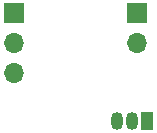
<source format=gbr>
%TF.GenerationSoftware,KiCad,Pcbnew,8.0.8*%
%TF.CreationDate,2025-02-15T21:23:54+01:00*%
%TF.ProjectId,universal_fan_ctrl,756e6976-6572-4736-916c-5f66616e5f63,rev?*%
%TF.SameCoordinates,Original*%
%TF.FileFunction,Soldermask,Bot*%
%TF.FilePolarity,Negative*%
%FSLAX46Y46*%
G04 Gerber Fmt 4.6, Leading zero omitted, Abs format (unit mm)*
G04 Created by KiCad (PCBNEW 8.0.8) date 2025-02-15 21:23:54*
%MOMM*%
%LPD*%
G01*
G04 APERTURE LIST*
%ADD10R,1.700000X1.700000*%
%ADD11O,1.700000X1.700000*%
%ADD12R,1.050000X1.500000*%
%ADD13O,1.050000X1.500000*%
G04 APERTURE END LIST*
D10*
%TO.C,J1*%
X141400000Y-66400000D03*
D11*
X141400000Y-68940000D03*
X141400000Y-71479999D03*
%TD*%
D12*
%TO.C,U3*%
X152670001Y-75540001D03*
D13*
X151400000Y-75540001D03*
X150130001Y-75540001D03*
%TD*%
D10*
%TO.C,J2*%
X151800000Y-66400000D03*
D11*
X151800000Y-68940000D03*
%TD*%
M02*

</source>
